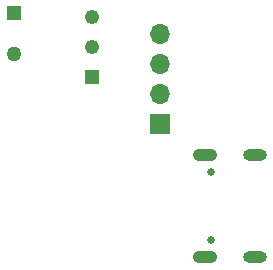
<source format=gbs>
%TF.GenerationSoftware,KiCad,Pcbnew,6.0.7-f9a2dced07~116~ubuntu20.04.1*%
%TF.CreationDate,2022-11-29T22:38:20-05:00*%
%TF.ProjectId,Final_project_no_connector,46696e61-6c5f-4707-926f-6a6563745f6e,rev?*%
%TF.SameCoordinates,Original*%
%TF.FileFunction,Soldermask,Bot*%
%TF.FilePolarity,Negative*%
%FSLAX46Y46*%
G04 Gerber Fmt 4.6, Leading zero omitted, Abs format (unit mm)*
G04 Created by KiCad (PCBNEW 6.0.7-f9a2dced07~116~ubuntu20.04.1) date 2022-11-29 22:38:20*
%MOMM*%
%LPD*%
G01*
G04 APERTURE LIST*
%ADD10R,1.218000X1.218000*%
%ADD11C,1.218000*%
%ADD12C,0.650000*%
%ADD13O,2.100000X1.050000*%
%ADD14O,2.000000X1.000000*%
%ADD15R,1.270000X1.270000*%
%ADD16C,1.270000*%
%ADD17R,1.700000X1.700000*%
%ADD18O,1.700000X1.700000*%
G04 APERTURE END LIST*
D10*
%TO.C,RV1*%
X139270000Y-71640000D03*
D11*
X139270000Y-69100000D03*
X139270000Y-66560000D03*
%TD*%
D12*
%TO.C,J1*%
X149323000Y-85490800D03*
X149323000Y-79710800D03*
D13*
X148823000Y-86920800D03*
D14*
X153003000Y-86920800D03*
X153003000Y-78280800D03*
D13*
X148823000Y-78280800D03*
%TD*%
D15*
%TO.C,R18*%
X132638800Y-66268600D03*
D16*
X132638800Y-69668601D03*
%TD*%
D17*
%TO.C,J2*%
X145000000Y-75650000D03*
D18*
X145000000Y-73110000D03*
X145000000Y-70570000D03*
X145000000Y-68030000D03*
%TD*%
M02*

</source>
